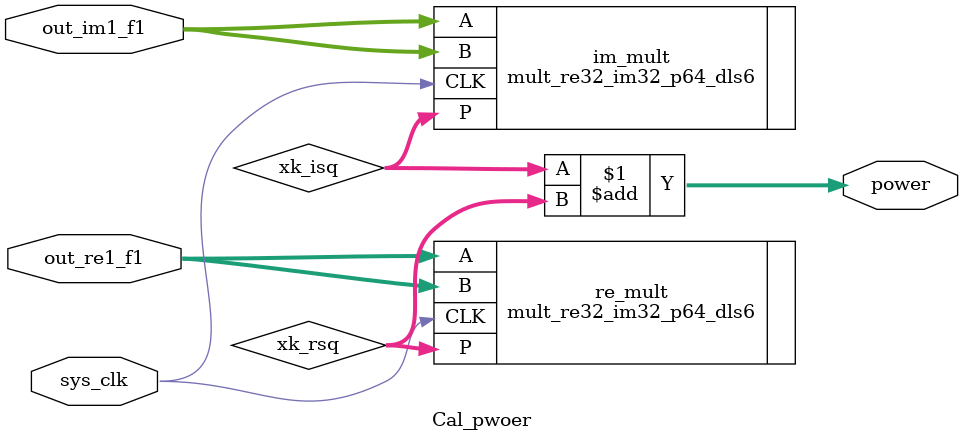
<source format=v>
`timescale 1ns / 1ps


module Cal_pwoer(
	input sys_clk,
	input [31:0] out_re1_f1,
	input [31:0] out_im1_f1,
	output [63:0] power
    );

wire 		[63:0] 	xk_rsq,xk_isq;
//实部平方和虚部平方
mult_re32_im32_p64_dls6 re_mult(
	.CLK(sys_clk),
	.A(out_re1_f1),     	//IN STD_LOGIC_VECTOR(31 DOWNTO 0);
	.B(out_re1_f1),      	//IN STD_LOGIC_VECTOR(31 DOWNTO 0);
	.P(xk_rsq)      		//OUT STD_LOGIC_VECTOR(63 DOWNTO 0)
  );

mult_re32_im32_p64_dls6 im_mult(
	.CLK(sys_clk),
	.A(out_im1_f1),     	//IN STD_LOGIC_VECTOR(31 DOWNTO 0);
	.B(out_im1_f1),      	//IN STD_LOGIC_VECTOR(31 DOWNTO 0);
	.P(xk_isq)      		//OUT STD_LOGIC_VECTOR(63 DOWNTO 0)
  );

//功率（峰值）
assign 	power = xk_isq + xk_rsq;



endmodule

</source>
